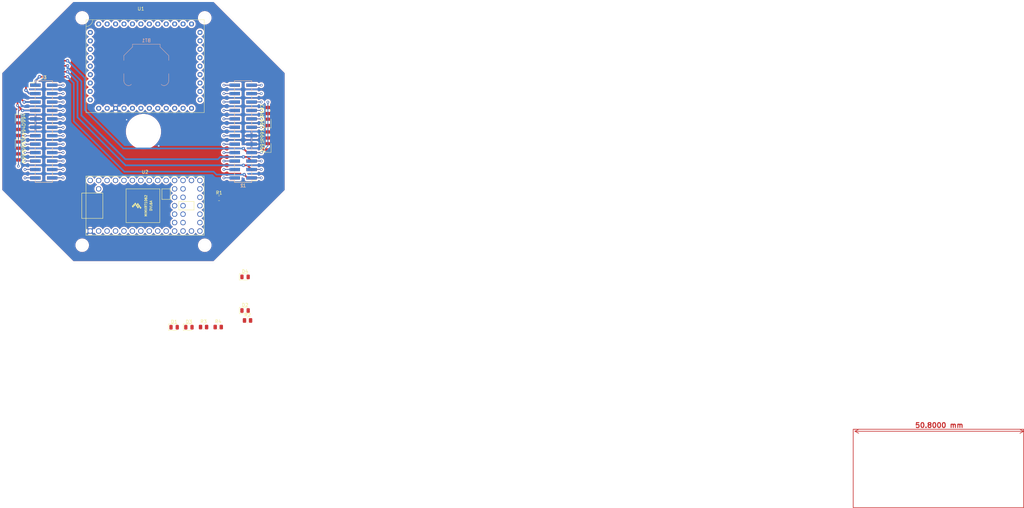
<source format=kicad_pcb>
(kicad_pcb (version 20211014) (generator pcbnew)
  (layers (0 "F.Cu" signal) (31 "B.Cu" signal) (34 "B.Paste" user) (35 "F.Paste" user) (36 "B.SilkS" user "B.Silkscreen") (37 "F.SilkS" user "F.Silkscreen") (38 "B.Mask" user) (39 "F.Mask" user) (44 "Edge.Cuts" user))
  (net 0 "")
  (net 1 "/VBAT")
  (net 2 "/B2B_GPIO_0")
  (net 3 "/9V")
  (net 4 "/B2B_GPIO_1")
  (net 5 "/5V")
  (net 6 "/B2B_GPIO_2")
  (net 7 "/3V3")
  (net 8 "/B2B_GPIO_3")
  (net 9 "GND")
  (net 10 "/VBACKUP")
  (net 11 "Net-(D991-Pad2)")
  (net 12 "/B2B_GPIO_5")
  (net 13 "/CONT_3V3")
  (net 14 "/B2B_GPIO_6")
  (net 15 "/B2B_I2C_SDA")
  (net 16 "/B2B_GPIO_7")
  (net 17 "/B2B_I2C_SCL")
  (net 18 "/B2B_GPIO_8")
  (net 19 "/B2B_SPI_SCK")
  (net 20 "/B2B_GPIO_9")
  (net 21 "/B2B_SPI_MISO")
  (net 22 "/B2B_GPIO_10")
  (net 23 "/B2B_SPI_MOSI")
  (net 24 "/B2B_GPIO_11")
  (net 25 "Net-(D992-Pad2)")
  (net 26 "/CONT_GND")
  (net 27 "Net-(D993-Pad2)")
  (net 28 "Net-(D994-Pad2)")
  (net 29 "/B2B_UART_SDI")
  (net 30 "/B2B_UART_SDO")
  (net 31 "/TELEM_CS")
  (net 32 "/TELEM_INT")
  (net 33 "/TELEM_RST")
  (net 34 "/POWER_STATE")
  (net 35 "/POWER_RESET")
  (net 36 "/B2B_GPIO_12")
  (net 37 "/B2B_GPIO_13")
  (net 38 "/B2B_GPIO_14")
  (net 39 "/B2B_GPIO_15")
  (net 40 "/B2B_GPIO_16")
  (net 41 "/B2B_GPIO_17")
  (net 42 "/B2B_GPIO_18")
  (net 43 "/B2B_GPIO_19")
  (net 44 "/B2B_GPIO_20")
  (net 45 "6V_AC_SERVO1")
  (net 46 "Net-(D1-Pad2)")
  (net 47 "Net-(D2-Pad2)")
  (net 48 "Net-(D3-Pad2)")
  (net 49 "Net-(D4-Pad2)")
  (net 50 "/LSM9_CS_AG")
  (net 51 "/LSM9_INT_M")
  (net 52 "/LSM9_INT1_AG")
  (net 53 "/SNS_SPI_MISO")
  (net 54 "/SNS_SPI_MOSI")
  (net 55 "/SNS_UART_SDO")
  (net 56 "/SNS_UART_SDI")
  (net 57 "/SNS_UART_RX1")
  (net 58 "/SNS_UART_TX1")
  (net 59 "/MS5611_CS")
  (net 61 "/H3LIS331DL_CS")
  (net 62 "/H3LIS331DL_INT1")
  (net 64 "/KX122_CS")
  (net 65 "/KX122_INT1")
  (net 68 "/GPS_EXTINT")
  (net 69 "6V_AC_SERVO2")
  (net 70 "/LED_RED")
  (net 72 "/LSM9_INT2_AG")
  (net 74 "/MPU9250_CS")
  (net 75 "/LSM9_CS_M")
  (net 76 "/ZOE_MQ8_BRKT_CS")
  (net 77 "/LED_ORANGE")
  (net 78 "/LED_GREEN")
  (net 79 "/LED_BLUE")
  (net 80 "/3V3_MCU")
  (net 81 "/SNS_I2C_SDA")
  (net 82 "/SNS_I2C_SCL")
  (net 83 "/ZOE-M8Q_CS")
  (footprint "Resistor_SMD:R_0805_2012Metric" (layer "F.Cu") (at 18.085 58.905)
    (fp_text reference "R3")
    (fp_text value "470")
  )
  (footprint "Resistor_SMD:R_0805_2012Metric" (layer "F.Cu") (at 22.75 20.1)
    (fp_text reference "R1")
    (fp_text value "470")
  )
  (footprint "Connector_PinHeader_2.54mm:PinHeader_2x12_P2.54mm_Vertical_SMD" (layer "F.Cu") (at 30 0 180)
    (fp_text reference "J1")
    (fp_text value "Conn_02x12_Odd_Even")
  )
  (footprint "SensorSuite:General Sensor Module - 9x12 pin" (layer "F.Cu") (at -0.775 -19.7)
    (fp_text reference "U1")
    (fp_text value "ISS_SENSOR_SUITE_V_1")
  )
  (footprint "teensy_library-master:Teensy40" (layer "F.Cu") (at 0.475 22.35)
    (fp_text reference "U2")
    (fp_text value "Teensy4.0")
  )
  (footprint "Resistor_SMD:R_0805_2012Metric" (layer "F.Cu") (at 37.438 1.036 90)
    (fp_text reference "R991")
    (fp_text value "270Ohm")
  )
  (footprint "Resistor_SMD:R_0805_2012Metric" (layer "F.Cu") (at 22.495 58.905)
    (fp_text reference "R4")
    (fp_text value "470")
  )
  (footprint "LED_SMD:LED_0805_2012Metric" (layer "F.Cu") (at -37.652 4.084 -90)
    (fp_text reference "D993")
    (fp_text value "GREEN")
  )
  (footprint "Resistor_SMD:R_0805_2012Metric" (layer "F.Cu") (at 37.438 -6.33 90)
    (fp_text reference "R992")
    (fp_text value "270Ohm")
  )
  (footprint "Resistor_SMD:R_0805_2012Metric" (layer "F.Cu") (at 31.315 56.915)
    (fp_text reference "R2")
    (fp_text value "470")
  )
  (footprint "LED_SMD:LED_0805_2012Metric" (layer "F.Cu") (at 37.438 -2.774 90)
    (fp_text reference "D992")
    (fp_text value "RED")
  )
  (footprint "LED_SMD:LED_0805_2012Metric" (layer "F.Cu") (at 9.225 58.95)
    (fp_text reference "D1")
    (fp_text value "LED")
  )
  (footprint "Resistor_SMD:R_0805_2012Metric" (layer "F.Cu") (at -37.652 0.274 -90)
    (fp_text reference "R994")
    (fp_text value "270Ohm")
  )
  (footprint "LED_SMD:LED_0805_2012Metric" (layer "F.Cu") (at 37.438 4.592 90)
    (fp_text reference "D991")
    (fp_text value "GREEN")
  )
  (footprint "LED_SMD:LED_0805_2012Metric" (layer "F.Cu") (at 13.675 58.95)
    (fp_text reference "D3")
    (fp_text value "LED")
  )
  (footprint "LED_SMD:LED_0805_2012Metric" (layer "F.Cu") (at 30.575 53.92)
    (fp_text reference "D2")
    (fp_text value "LED")
  )
  (footprint "LED_SMD:LED_0805_2012Metric" (layer "F.Cu") (at -37.652 -3.536 -90)
    (fp_text reference "D994")
    (fp_text value "RED")
  )
  (footprint "Connector_PinHeader_2.54mm:PinHeader_2x12_P2.54mm_Vertical_SMD" (layer "F.Cu") (at -30 0)
    (fp_text reference "J3")
    (fp_text value "Conn_02x12_Odd_Even")
  )
  (footprint "LED_SMD:LED_0805_2012Metric" (layer "F.Cu") (at 30.575 43.79)
    (fp_text reference "D4")
    (fp_text value "LED")
  )
  (footprint "Resistor_SMD:R_0805_2012Metric" (layer "F.Cu") (at -37.652 7.64 -90)
    (fp_text reference "R993")
    (fp_text value "270Ohm")
  )
  (footprint "Connector_PinHeader_2.54mm:PinHeader_2x12_P2.54mm_Vertical_SMD" (layer "B.Cu") (at 30 0)
    (fp_text reference "J2")
    (fp_text value "Conn_02x12_Odd_Even")
  )
  (footprint "Connector_PinHeader_2.54mm:PinHeader_2x12_P2.54mm_Vertical_SMD" (layer "B.Cu") (at -30 0 180)
    (fp_text reference "J4")
    (fp_text value "Conn_02x12_Odd_Even")
  )
  (footprint "Battery:BatteryHolder_Keystone_3000_1x12mm" (layer "B.Cu") (at 0.85 -19.43 180)
    (fp_text reference "BT1")
    (fp_text value "CR1225")
  )
  (gr_rect (start 213.6 113.3) (end 264.9 89.7) (layer "F.Cu") (width 0.2) (fill none))
  (gr_line (start -42.988115 17.80626) (end -21.287337 39.53) (layer "Edge.Cuts") (width 0.01))
  (gr_line (start 42.988115 17.80626) (end 42.988115 -17.80626) (layer "Edge.Cuts") (width 0.01))
  (gr_circle (center -18.442536 -34.247282) (end -16.892536 -34.247282) (layer "Edge.Cuts") (width 0.01) (fill none))
  (gr_line (start -21.287337 -39.53) (end -42.988115 -17.80626) (layer "Edge.Cuts") (width 0.01))
  (gr_circle (center 0 0) (end 4.8125 0) (layer "Edge.Cuts") (width 0.01) (fill none))
  (gr_circle (center -18.442536 34.247282) (end -16.892536 34.247282) (layer "Edge.Cuts") (width 0.01) (fill none))
  (gr_line (start 21.287337 39.53) (end 42.988115 17.80626) (layer "Edge.Cuts") (width 0.01))
  (gr_line (start -42.988115 -17.80626) (end -42.988115 17.80626) (layer "Edge.Cuts") (width 0.01))
  (gr_line (start 21.287337 39.53) (end -21.287337 39.53) (layer "Edge.Cuts") (width 0.01))
  (gr_circle (center 18.442536 -34.247282) (end 19.992536 -34.247282) (layer "Edge.Cuts") (width 0.01) (fill none))
  (gr_line (start 42.988115 -17.80626) (end 21.287337 -39.53) (layer "Edge.Cuts") (width 0.01))
  (gr_circle (center 18.442536 34.247282) (end 19.992536 34.247282) (layer "Edge.Cuts") (width 0.01) (fill none))
  (gr_line (start 21.287337 -39.53) (end -21.287337 -39.53) (layer "Edge.Cuts") (width 0.01))
  (dimension (type aligned) (layer "F.Cu") (pts (xy 214.1 90.3) (xy 264.9 90.3)) (height 0) (gr_text "50.8000 mm" (at 239.5 88.5) (layer "F.Cu") (effects (font (size 1.5 1.5) (thickness 0.3)))) (format (units 3) (units_format 1) (precision 4)) (style (thickness 0.2) (arrow_length 1.27) (text_position_mode 0) (extension_height 0.58642) (extension_offset 0.5) keep_text_aligned))
  (segment (start 31.322 13.97) (end 30.326 12.974) (width 0.5) (layer "F.Cu") (net 1))
  (segment (start -32.525 -13.97) (end -32.525 -15.267) (width 0.5) (layer "F.Cu") (net 1))
  (segment (start -22.88 -16.49) (end -31.302 -16.49) (width 0.5) (layer "F.Cu") (net 1))
  (segment (start 35.453 13.97) (end 32.338 13.97) (width 0.25) (layer "F.Cu") (net 1))
  (segment (start -32.525 -15.267) (end -31.302 -16.49) (width 0.5) (layer "F.Cu") (net 1))
  (segment (start -22.86 -16.51) (end -22.88 -16.49) (width 0.5) (layer "F.Cu") (net 1))
  (segment (start 32.525 13.97) (end 31.322 13.97) (width 0.5) (layer "F.Cu") (net 1))
  (via (at 30.326 12.974) (size 1) (drill 0.4) (layers "F.Cu" "B.Cu") (net 1))
  (via (at 35.453 13.97) (size 0.8) (drill 0.4) (layers "F.Cu" "B.Cu") (net 1))
  (via (at -31.302 -16.49) (size 1) (drill 0.4) (layers "F.Cu" "B.Cu") (net 1))
  (via (at -22.86 -16.51) (size 1) (drill 0.4) (layers "F.Cu" "B.Cu") (net 1))
  (segment (start -5.75 12.1) (end 21.1 12.1) (width 0.5) (layer "B.Cu") (net 1))
  (segment (start -32.525 -13.97) (end -32.525 -15.267) (width 0.5) (layer "B.Cu") (net 1))
  (segment (start -20.975 -14.625) (end -20.975 -3.1) (width 0.5) (layer "B.Cu") (net 1))
  (segment (start 21.1 12.1) (end 21.974 12.974) (width 0.5) (layer "B.Cu") (net 1))
  (segment (start -32.525 -15.267) (end -31.302 -16.49) (width 0.5) (layer "B.Cu") (net 1))
  (segment (start 21.974 12.974) (end 30.326 12.974) (width 0.5) (layer "B.Cu") (net 1))
  (segment (start -17.226511 0.623489) (end -5.75 12.1) (width 0.5) (layer "B.Cu") (net 1))
  (segment (start -17.251511 0.623489) (end -17.226511 0.623489) (width 0.5) (layer "B.Cu") (net 1))
  (segment (start 32.338 13.97) (end 35.453 13.97) (width 0.25) (layer "B.Cu") (net 1))
  (segment (start -22.86 -16.51) (end -20.975 -14.625) (width 0.5) (layer "B.Cu") (net 1))
  (segment (start -20.975 -3.1) (end -17.251511 0.623489) (width 0.5) (layer "B.Cu") (net 1))
  (segment (start 24.21 -3.81) (end 27.475 -3.81) (width 0.25) (layer "F.Cu") (net 2))
  (via (at 24.21 -3.81) (size 0.8) (drill 0.4) (layers "F.Cu" "B.Cu") (net 2))
  (segment (start 27.475 -3.81) (end 24.21 -3.81) (width 0.25) (layer "B.Cu") (net 2))
  (segment (start -35.366 -12.426) (end -34.37 -11.43) (width 0.5) (layer "F.Cu") (net 3))
  (segment (start -35.366 -15.728) (end -35.366 -12.426) (width 0.5) (layer "F.Cu") (net 3))
  (segment (start -34.37 -11.43) (end -32.525 -11.43) (width 0.5) (layer "F.Cu") (net 3))
  (segment (start 30.072 10.18) (end 31.275 10.18) (width 0.5) (layer "F.Cu") (net 3))
  (segment (start 31.275 10.18) (end 32.525 11.43) (width 0.5) (layer "F.Cu") (net 3))
  (segment (start 32.338 11.43) (end 35.453 11.43) (width 0.25) (layer "F.Cu") (net 3))
  (segment (start -33.08 -18.014) (end -35.366 -15.728) (width 0.5) (layer "F.Cu") (net 3))
  (segment (start -22.86 -18.014) (end -33.08 -18.014) (width 0.5) (layer "F.Cu") (net 3))
  (via (at -35.366 -12.426) (size 1) (drill 0.4) (layers "F.Cu" "B.Cu") (net 3))
  (via (at 30.072 10.18) (size 1) (drill 0.4) (layers "F.Cu" "B.Cu") (net 3))
  (via (at 35.453 11.43) (size 0.8) (drill 0.4) (layers "F.Cu" "B.Cu") (net 3))
  (via (at -22.86 -18.014) (size 1) (drill 0.4) (layers "F.Cu" "B.Cu") (net 3))
  (segment (start -34.37 -11.43) (end -32.525 -11.43) (width 0.5) (layer "B.Cu") (net 3))
  (segment (start -5.395 10.18) (end -19.85 -4.275) (width 0.5) (layer "B.Cu") (net 3))
  (segment (start -19.85 -15.004) (end -22.86 -18.014) (width 0.5) (layer "B.Cu") (net 3))
  (segment (start 35.453 11.43) (end 32.338 11.43) (width 0.25) (layer "B.Cu") (net 3))
  (segment (start 30.072 10.18) (end -5.395 10.18) (width 0.5) (layer "B.Cu") (net 3))
  (segment (start -35.366 -12.426) (end -34.37 -11.43) (width 0.5) (layer "B.Cu") (net 3))
  (segment (start -19.85 -4.275) (end -19.85 -15.004) (width 0.5) (layer "B.Cu") (net 3))
  (segment (start 27.475 -6.35) (end 24.21 -6.35) (width 0.25) (layer "F.Cu") (net 4))
  (via (at 24.21 -6.35) (size 0.8) (drill 0.4) (layers "F.Cu" "B.Cu") (net 4))
  (segment (start 24.21 -6.35) (end 27.475 -6.35) (width 0.25) (layer "B.Cu") (net 4))
  (segment (start -36.636 -17.76) (end -36.636 -9.632) (width 0.5) (layer "F.Cu") (net 5))
  (segment (start -22.86 -19.812) (end -22.88 -19.792) (width 0.5) (layer "F.Cu") (net 5))
  (segment (start 35.453 8.89) (end 32.338 8.89) (width 0.25) (layer "F.Cu") (net 5))
  (segment (start -36.636 -9.632) (end -35.894 -8.89) (width 0.5) (layer "F.Cu") (net 5))
  (segment (start -34.604 -19.792) (end -36.636 -17.76) (width 0.5) (layer "F.Cu") (net 5))
  (segment (start 30.072 7.64) (end 31.275 7.64) (width 0.5) (layer "F.Cu") (net 5))
  (segment (start 31.275 7.64) (end 32.525 8.89) (width 0.5) (layer "F.Cu") (net 5))
  (segment (start -32.525 -8.89) (end -35.894 -8.89) (width 0.5) (layer "F.Cu") (net 5))
  (segment (start -22.88 -19.792) (end -34.604 -19.792) (width 0.5) (layer "F.Cu") (net 5))
  (via (at 35.453 8.89) (size 0.8) (drill 0.4) (layers "F.Cu" "B.Cu") (net 5))
  (via (at 30.072 7.64) (size 1) (drill 0.4) (layers "F.Cu" "B.Cu") (net 5))
  (via (at -22.86 -19.812) (size 1) (drill 0.4) (layers "F.Cu" "B.Cu") (net 5))
  (via (at -35.894 -8.89) (size 1) (drill 0.4) (layers "F.Cu" "B.Cu") (net 5))
  (segment (start -22.86 -18.963511) (end -22.466699 -18.963511) (width 0.5) (layer "B.Cu") (net 5))
  (segment (start -32.525 -8.89) (end -35.894 -8.89) (width 0.5) (layer "B.Cu") (net 5))
  (segment (start -18.675 -4.875) (end -5.475 8.325) (width 0.5) (layer "B.Cu") (net 5))
  (segment (start -19.15048 -15.60048) (end -18.675 -15.125) (width 0.5) (layer "B.Cu") (net 5))
  (segment (start -19.15048 -15.647292) (end -19.15048 -15.60048) (width 0.5) (layer "B.Cu") (net 5))
  (segment (start -5.475 8.325) (end 22.45 8.325) (width 0.5) (layer "B.Cu") (net 5))
  (segment (start -18.675 -15.125) (end -18.675 -4.875) (width 0.5) (layer "B.Cu") (net 5))
  (segment (start 22.45 8.325) (end 23.135 7.64) (width 0.5) (layer "B.Cu") (net 5))
  (segment (start -22.86 -19.812) (end -22.86 -18.963511) (width 0.5) (layer "B.Cu") (net 5))
  (segment (start 23.135 7.64) (end 30.072 7.64) (width 0.5) (layer "B.Cu") (net 5))
  (segment (start -22.466699 -18.963511) (end -19.15048 -15.647292) (width 0.5) (layer "B.Cu") (net 5))
  (segment (start 32.338 8.89) (end 35.453 8.89) (width 0.25) (layer "B.Cu") (net 5))
  (segment (start 24.21 -8.89) (end 27.475 -8.89) (width 0.25) (layer "F.Cu") (net 6))
  (via (at 24.21 -8.89) (size 0.8) (drill 0.4) (layers "F.Cu" "B.Cu") (net 6))
  (segment (start 27.475 -8.89) (end 24.21 -8.89) (width 0.25) (layer "B.Cu") (net 6))
  (segment (start -37.652 -4.4735) (end -37.652 -6.076) (width 0.25) (layer "F.Cu") (net 7))
  (segment (start 32.338 6.35) (end 35.453 6.35) (width 0.25) (layer "F.Cu") (net 7))
  (segment (start -32.525 -6.35) (end -36.402 -6.35) (width 0.5) (layer "F.Cu") (net 7))
  (segment (start -36.402 -6.35) (end -36.89 -6.838) (width 0.5) (layer "F.Cu") (net 7))
  (segment (start -37.652 -6.076) (end -36.89 -6.838) (width 0.25) (layer "F.Cu") (net 7))
  (segment (start -22.86 -21.316) (end -35.58 -21.316) (width 0.5) (layer "F.Cu") (net 7))
  (segment (start 31.322 6.35) (end 30.072 5.1) (width 0.5) (layer "F.Cu") (net 7))
  (segment (start 37.438 -7.2425) (end 37.438 -8.87) (width 0.25) (layer "F.Cu") (net 7))
  (segment (start -35.58 -21.316) (end -37.906 -18.99) (width 0.5) (layer "F.Cu") (net 7))
  (segment (start 32.525 6.35) (end 31.322 6.35) (width 0.5) (layer "F.Cu") (net 7))
  (segment (start -37.652 8.5525) (end -37.652 10.434) (width 0.25) (layer "F.Cu") (net 7))
  (segment (start -36.89 -6.838) (end -37.906 -7.854) (width 0.5) (layer "F.Cu") (net 7))
  (segment (start -37.906 -18.99) (end -37.906 -7.854) (width 0.5) (layer "F.Cu") (net 7))
  (via (at -37.652 10.434) (size 0.8) (drill 0.4) (layers "F.Cu" "B.Cu") (net 7))
  (via (at 35.453 6.35) (size 0.8) (drill 0.4) (layers "F.Cu" "B.Cu") (net 7))
  (via (at -22.86 -21.316) (size 1) (drill 0.4) (layers "F.Cu" "B.Cu") (net 7))
  (via (at 30.072 5.1) (size 1) (drill 0.4) (layers "F.Cu" "B.Cu") (net 7))
  (via (at 37.438 -8.87) (size 0.8) (drill 0.4) (layers "F.Cu" "B.Cu") (net 7))
  (via (at -37.906 -7.854) (size 0.8) (drill 0.4) (layers "F.Cu" "B.Cu") (net 7))
  (via (at -36.402 -6.35) (size 1) (drill 0.4) (layers "F.Cu" "B.Cu") (net 7))
  (segment (start -17.675 -16.131) (end -22.86 -21.316) (width 0.5) (layer "B.Cu") (net 7))
  (segment (start 4.152609 5.1) (end -6.075 5.1) (width 0.5) (layer "B.Cu") (net 7))
  (segment (start 35.453 6.35) (end 32.338 6.35) (width 0.25) (layer "B.Cu") (net 7))
  (segment (start 37.438 -8.87) (end 37.438 4.365) (width 0.25) (layer "B.Cu") (net 7))
  (segment (start -32.525 -6.35) (end -36.402 -6.35) (width 0.5) (layer "B.Cu") (net 7))
  (segment (start 37.438 4.365) (end 35.453 6.35) (width 0.25) (layer "B.Cu") (net 7))
  (segment (start 4.92388 5.167511) (end 4.22012 5.167511) (width 0.5) (layer "B.Cu") (net 7))
  (segment (start -17.675 -6.5) (end -17.675 -16.131) (width 0.5) (layer "B.Cu") (net 7))
  (segment (start -6.075 5.1) (end -17.675 -6.5) (width 0.5) (layer "B.Cu") (net 7))
  (segment (start -37.652 -7.6) (end -37.906 -7.854) (width 0.25) (layer "B.Cu") (net 7))
  (segment (start 30.072 5.1) (end 4.991391 5.1) (width 0.5) (layer "B.Cu") (net 7))
  (segment (start 4.22012 5.167511) (end 4.152609 5.1) (width 0.5) (layer "B.Cu") (net 7))
  (segment (start 4.991391 5.1) (end 4.92388 5.167511) (width 0.5) (layer "B.Cu") (net 7))
  (segment (start -37.652 10.434) (end -37.652 -7.6) (width 0.25) (layer "B.Cu") (net 7))
  (segment (start 27.475 -11.43) (end 24.21 -11.43) (width 0.25) (layer "F.Cu") (net 8))
  (via (at 24.21 -11.43) (size 0.8) (drill 0.4) (layers "F.Cu" "B.Cu") (net 8))
  (segment (start 24.21 -11.43) (end 27.475 -11.43) (width 0.25) (layer "B.Cu") (net 8))
  (via (at 4.572 4.318) (size 0.8) (drill 0.4) (layers "F.Cu" "B.Cu") (net 9))
  (via (at -5.08 -3.556) (size 0.8) (drill 0.4) (layers "F.Cu" "B.Cu") (net 9))
  (segment (start 37.438 3.6545) (end 37.438 1.9485) (width 0.25) (layer "F.Cu") (net 11))
  (segment (start -32.525 3.81) (end -35.64 3.81) (width 0.25) (layer "F.Cu") (net 12))
  (via (at -35.64 3.81) (size 0.8) (drill 0.4) (layers "F.Cu" "B.Cu") (net 12))
  (segment (start -35.64 3.81) (end -32.525 3.81) (width 0.25) (layer "B.Cu") (net 12))
  (segment (start 37.438 0.1235) (end 37.438 -1.8365) (width 0.25) (layer "F.Cu") (net 13))
  (segment (start 35.453 -1.27) (end 36.8715 -1.27) (width 0.25) (layer "F.Cu") (net 13))
  (segment (start 36.8715 -1.27) (end 37.438 -1.8365) (width 0.25) (layer "F.Cu") (net 13))
  (segment (start 35.453 -1.27) (end 32.338 -1.27) (width 0.25) (layer "F.Cu") (net 13))
  (via (at 35.453 -1.27) (size 0.8) (drill 0.4) (layers "F.Cu" "B.Cu") (net 13))
  (segment (start 32.338 -1.27) (end 35.453 -1.27) (width 0.25) (layer "B.Cu") (net 13))
  (segment (start -35.64 6.35) (end -32.525 6.35) (width 0.25) (layer "F.Cu") (net 14))
  (via (at -35.64 6.35) (size 0.8) (drill 0.4) (layers "F.Cu" "B.Cu") (net 14))
  (segment (start -32.525 6.35) (end -35.64 6.35) (width 0.25) (layer "B.Cu") (net 14))
  (segment (start 32.338 -13.97) (end 35.453 -13.97) (width 0.25) (layer "F.Cu") (net 15))
  (via (at 35.453 -13.97) (size 0.8) (drill 0.4) (layers "F.Cu" "B.Cu") (net 15))
  (segment (start 35.453 -13.97) (end 32.338 -13.97) (width 0.25) (layer "B.Cu") (net 15))
  (segment (start -32.525 8.89) (end -35.64 8.89) (width 0.25) (layer "F.Cu") (net 16))
  (via (at -35.64 8.89) (size 0.8) (drill 0.4) (layers "F.Cu" "B.Cu") (net 16))
  (segment (start -35.64 8.89) (end -32.525 8.89) (width 0.25) (layer "B.Cu") (net 16))
  (segment (start 35.453 -11.43) (end 32.338 -11.43) (width 0.25) (layer "F.Cu") (net 17))
  (via (at 35.453 -11.43) (size 0.8) (drill 0.4) (layers "F.Cu" "B.Cu") (net 17))
  (segment (start 32.338 -11.43) (end 35.453 -11.43) (width 0.25) (layer "B.Cu") (net 17))
  (segment (start -35.64 11.43) (end -32.525 11.43) (width 0.25) (layer "F.Cu") (net 18))
  (via (at -35.64 11.43) (size 0.8) (drill 0.4) (layers "F.Cu" "B.Cu") (net 18))
  (segment (start -32.525 11.43) (end -35.64 11.43) (width 0.25) (layer "B.Cu") (net 18))
  (segment (start 32.338 -3.81) (end 35.453 -3.81) (width 0.25) (layer "F.Cu") (net 19))
  (via (at 35.453 -3.81) (size 0.8) (drill 0.4) (layers "F.Cu" "B.Cu") (net 19))
  (segment (start 35.453 -3.81) (end 32.338 -3.81) (width 0.25) (layer "B.Cu") (net 19))
  (segment (start -32.525 13.97) (end -35.64 13.97) (width 0.25) (layer "F.Cu") (net 20))
  (via (at -35.64 13.97) (size 0.8) (drill 0.4) (layers "F.Cu" "B.Cu") (net 20))
  (segment (start -35.64 13.97) (end -32.525 13.97) (width 0.25) (layer "B.Cu") (net 20))
  (segment (start 32.338 -8.89) (end 35.453 -8.89) (width 0.25) (layer "F.Cu") (net 21))
  (via (at 35.453 -8.89) (size 0.8) (drill 0.4) (layers "F.Cu" "B.Cu") (net 21))
  (segment (start 35.453 -8.89) (end 32.338 -8.89) (width 0.25) (layer "B.Cu") (net 21))
  (segment (start -27.475 -13.97) (end -24.21 -13.97) (width 0.25) (layer "F.Cu") (net 22))
  (via (at -24.21 -13.97) (size 0.8) (drill 0.4) (layers "F.Cu" "B.Cu") (net 22))
  (segment (start -24.21 -13.97) (end -27.475 -13.97) (width 0.25) (layer "B.Cu") (net 22))
  (segment (start 35.453 -6.35) (end 32.338 -6.35) (width 0.25) (layer "F.Cu") (net 23))
  (via (at 35.453 -6.35) (size 0.8) (drill 0.4) (layers "F.Cu" "B.Cu") (net 23))
  (segment (start 32.338 -6.35) (end 35.453 -6.35) (width 0.25) (layer "B.Cu") (net 23))
  (segment (start -24.21 -11.43) (end -27.475 -11.43) (width 0.25) (layer "F.Cu") (net 24))
  (via (at -24.21 -11.43) (size 0.8) (drill 0.4) (layers "F.Cu" "B.Cu") (net 24))
  (segment (start -27.475 -11.43) (end -24.21 -11.43) (width 0.25) (layer "B.Cu") (net 24))
  (segment (start 37.438 -3.7115) (end 37.438 -5.4175) (width 0.25) (layer "F.Cu") (net 25))
  (segment (start -37.652 1.1865) (end -37.652 3.1465) (width 0.25) (layer "F.Cu") (net 26))
  (segment (start -35.7235 1.1865) (end -35.64 1.27) (width 0.25) (layer "F.Cu") (net 26))
  (segment (start -35.64 1.27) (end -32.525 1.27) (width 0.25) (layer "F.Cu") (net 26))
  (segment (start -37.652 1.1865) (end -35.7235 1.1865) (width 0.25) (layer "F.Cu") (net 26))
  (via (at -35.64 1.27) (size 0.8) (drill 0.4) (layers "F.Cu" "B.Cu") (net 26))
  (segment (start -32.525 1.27) (end -35.64 1.27) (width 0.25) (layer "B.Cu") (net 26))
  (segment (start -37.652 5.0215) (end -37.652 6.7275) (width 0.25) (layer "F.Cu") (net 27))
  (segment (start -37.652 -2.5985) (end -37.652 -0.6385) (width 0.25) (layer "F.Cu") (net 28))
  (segment (start 27.475 13.97) (end 24.21 13.97) (width 0.25) (layer "F.Cu") (net 29))
  (via (at 24.21 13.97) (size 0.8) (drill 0.4) (layers "F.Cu" "B.Cu") (net 29))
  (segment (start 24.21 13.97) (end 27.475 13.97) (width 0.25) (layer "B.Cu") (net 29))
  (segment (start 24.21 11.43) (end 27.475 11.43) (width 0.25) (layer "F.Cu") (net 30))
  (via (at 24.21 11.43) (size 0.8) (drill 0.4) (layers "F.Cu" "B.Cu") (net 30))
  (segment (start 27.475 11.43) (end 24.21 11.43) (width 0.25) (layer "B.Cu") (net 30))
  (segment (start 27.475 8.89) (end 24.21 8.89) (width 0.25) (layer "F.Cu") (net 31))
  (via (at 24.21 8.89) (size 0.8) (drill 0.4) (layers "F.Cu" "B.Cu") (net 31))
  (segment (start 24.21 8.89) (end 27.475 8.89) (width 0.25) (layer "B.Cu") (net 31))
  (segment (start 24.21 6.35) (end 27.475 6.35) (width 0.25) (layer "F.Cu") (net 32))
  (via (at 24.21 6.35) (size 0.8) (drill 0.4) (layers "F.Cu" "B.Cu") (net 32))
  (segment (start 27.475 6.35) (end 24.21 6.35) (width 0.25) (layer "B.Cu") (net 32))
  (segment (start 27.475 3.81) (end 24.21 3.81) (width 0.25) (layer "F.Cu") (net 33))
  (via (at 24.21 3.81) (size 0.8) (drill 0.4) (layers "F.Cu" "B.Cu") (net 33))
  (segment (start 24.21 3.81) (end 27.475 3.81) (width 0.25) (layer "B.Cu") (net 33))
  (segment (start 24.21 1.27) (end 27.475 1.27) (width 0.25) (layer "F.Cu") (net 34))
  (via (at 24.21 1.27) (size 0.8) (drill 0.4) (layers "F.Cu" "B.Cu") (net 34))
  (segment (start 27.475 1.27) (end 24.21 1.27) (width 0.25) (layer "B.Cu") (net 34))
  (segment (start 27.475 -1.27) (end 24.21 -1.27) (width 0.25) (layer "F.Cu") (net 35))
  (via (at 24.21 -1.27) (size 0.8) (drill 0.4) (layers "F.Cu" "B.Cu") (net 35))
  (segment (start 24.21 -1.27) (end 27.475 -1.27) (width 0.25) (layer "B.Cu") (net 35))
  (segment (start -27.475 -8.89) (end -24.21 -8.89) (width 0.25) (layer "F.Cu") (net 36))
  (via (at -24.21 -8.89) (size 0.8) (drill 0.4) (layers "F.Cu" "B.Cu") (net 36))
  (segment (start -24.21 -8.89) (end -27.475 -8.89) (width 0.25) (layer "B.Cu") (net 36))
  (segment (start -24.21 -6.35) (end -27.475 -6.35) (width 0.25) (layer "F.Cu") (net 37))
  (via (at -24.21 -6.35) (size 0.8) (drill 0.4) (layers "F.Cu" "B.Cu") (net 37))
  (segment (start -27.475 -6.35) (end -24.21 -6.35) (width 0.25) (layer "B.Cu") (net 37))
  (segment (start -27.475 -3.81) (end -24.21 -3.81) (width 0.25) (layer "F.Cu") (net 38))
  (via (at -24.21 -3.81) (size 0.8) (drill 0.4) (layers "F.Cu" "B.Cu") (net 38))
  (segment (start -24.21 -3.81) (end -27.475 -3.81) (width 0.25) (layer "B.Cu") (net 38))
  (segment (start -24.21 -1.27) (end -27.475 -1.27) (width 0.25) (layer "F.Cu") (net 39))
  (via (at -24.21 -1.27) (size 0.8) (drill 0.4) (layers "F.Cu" "B.Cu") (net 39))
  (segment (start -27.475 -1.27) (end -24.21 -1.27) (width 0.25) (layer "B.Cu") (net 39))
  (segment (start -27.475 1.27) (end -24.21 1.27) (width 0.25) (layer "F.Cu") (net 40))
  (via (at -24.21 1.27) (size 0.8) (drill 0.4) (layers "F.Cu" "B.Cu") (net 40))
  (segment (start -24.21 1.27) (end -27.475 1.27) (width 0.25) (layer "B.Cu") (net 40))
  (segment (start -24.21 3.81) (end -27.475 3.81) (width 0.25) (layer "F.Cu") (net 41))
  (via (at -24.21 3.81) (size 0.8) (drill 0.4) (layers "F.Cu" "B.Cu") (net 41))
  (segment (start -27.475 3.81) (end -24.21 3.81) (width 0.25) (layer "B.Cu") (net 41))
  (segment (start -27.475 6.35) (end -24.21 6.35) (width 0.25) (layer "F.Cu") (net 42))
  (via (at -24.21 6.35) (size 0.8) (drill 0.4) (layers "F.Cu" "B.Cu") (net 42))
  (segment (start -24.21 6.35) (end -27.475 6.35) (width 0.25) (layer "B.Cu") (net 42))
  (segment (start -24.21 8.89) (end -27.475 8.89) (width 0.25) (layer "F.Cu") (net 43))
  (via (at -24.21 8.89) (size 0.8) (drill 0.4) (layers "F.Cu" "B.Cu") (net 43))
  (segment (start -27.475 8.89) (end -24.21 8.89) (width 0.25) (layer "B.Cu") (net 43))
  (segment (start -27.475 11.43) (end -24.21 11.43) (width 0.25) (layer "F.Cu") (net 44))
  (via (at -24.21 11.43) (size 0.8) (drill 0.4) (layers "F.Cu" "B.Cu") (net 44))
  (segment (start -24.21 11.43) (end -27.475 11.43) (width 0.25) (layer "B.Cu") (net 44))
  (segment (start 24.21 -13.97) (end 27.475 -13.97) (width 0.25) (layer "F.Cu") (net 45))
  (via (at 24.21 -13.97) (size 0.8) (drill 0.4) (layers "F.Cu" "B.Cu") (net 45))
  (segment (start 27.475 -13.97) (end 24.21 -13.97) (width 0.25) (layer "B.Cu") (net 45))
  (segment (start -24.21 13.97) (end -27.475 13.97) (width 0.25) (layer "F.Cu") (net 69))
  (via (at -24.21 13.97) (size 0.8) (drill 0.4) (layers "F.Cu" "B.Cu") (net 69))
  (segment (start -27.475 13.97) (end -24.21 13.97) (width 0.25) (layer "B.Cu") (net 69))
  (zone (net 9) (net_name "GND") (layers F&B.Cu) (connect_pads (clearance 0.508)) (min_thickness 0.254) (fill yes (thermal_gap 0.508) (thermal_bridge_width 0.508))
    (polygon (pts (xy 43.18 -17.78) (xy 43.18 17.78) (xy 21.336 39.624) (xy -21.336 39.624) (xy -43.18 17.78) (xy -43.18 -17.78) (xy -21.336 -39.624) (xy 21.336 -39.624)))
  )
)
</source>
